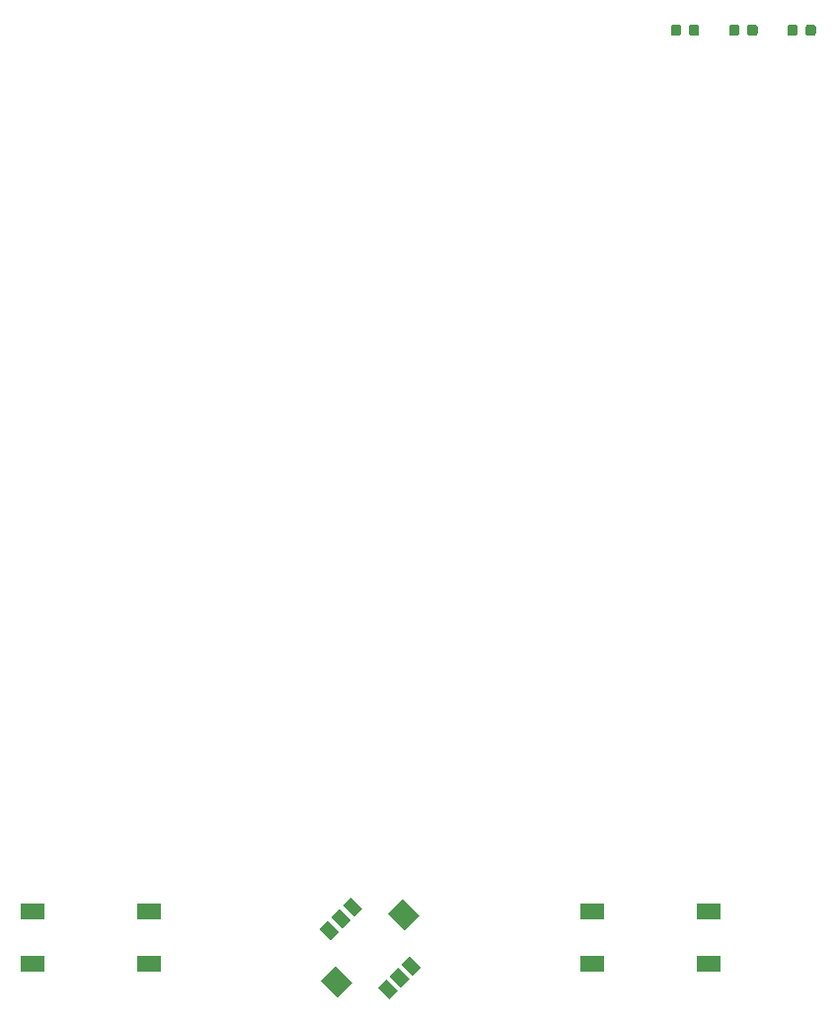
<source format=gbr>
G04 #@! TF.GenerationSoftware,KiCad,Pcbnew,5.1.5+dfsg1-2build2*
G04 #@! TF.CreationDate,2022-03-25T09:21:37+01:00*
G04 #@! TF.ProjectId,OpenDropV4,4f70656e-4472-46f7-9056-342e6b696361,rev?*
G04 #@! TF.SameCoordinates,Original*
G04 #@! TF.FileFunction,Paste,Top*
G04 #@! TF.FilePolarity,Positive*
%FSLAX46Y46*%
G04 Gerber Fmt 4.6, Leading zero omitted, Abs format (unit mm)*
G04 Created by KiCad (PCBNEW 5.1.5+dfsg1-2build2) date 2022-03-25 09:21:37*
%MOMM*%
%LPD*%
G04 APERTURE LIST*
%ADD10R,2.100000X1.400000*%
%ADD11C,0.100000*%
G04 APERTURE END LIST*
D10*
X71000000Y-140450000D03*
X71000000Y-135950000D03*
X81000000Y-140450000D03*
X81000000Y-135950000D03*
X119000000Y-140450000D03*
X119000000Y-135950000D03*
X129000000Y-140450000D03*
X129000000Y-135950000D03*
D11*
G36*
X101520079Y-136181307D02*
G01*
X102792871Y-134908515D01*
X104207085Y-136322729D01*
X102934293Y-137595521D01*
X101520079Y-136181307D01*
G37*
G36*
X95792515Y-141908871D02*
G01*
X97065307Y-140636079D01*
X98479521Y-142050293D01*
X97206729Y-143323085D01*
X95792515Y-141908871D01*
G37*
G36*
X97648670Y-135456522D02*
G01*
X98355776Y-134749416D01*
X99310370Y-135704010D01*
X98603264Y-136411116D01*
X97648670Y-135456522D01*
G37*
G36*
X96641043Y-136464149D02*
G01*
X97348149Y-135757043D01*
X98302743Y-136711637D01*
X97595637Y-137418743D01*
X96641043Y-136464149D01*
G37*
G36*
X95633416Y-137471776D02*
G01*
X96340522Y-136764670D01*
X97295116Y-137719264D01*
X96588010Y-138426370D01*
X95633416Y-137471776D01*
G37*
G36*
X102704484Y-140512336D02*
G01*
X103411590Y-139805230D01*
X104366184Y-140759824D01*
X103659078Y-141466930D01*
X102704484Y-140512336D01*
G37*
G36*
X101696857Y-141519963D02*
G01*
X102403963Y-140812857D01*
X103358557Y-141767451D01*
X102651451Y-142474557D01*
X101696857Y-141519963D01*
G37*
G36*
X100689230Y-142527590D02*
G01*
X101396336Y-141820484D01*
X102350930Y-142775078D01*
X101643824Y-143482184D01*
X100689230Y-142527590D01*
G37*
G36*
X128027691Y-59937053D02*
G01*
X128048926Y-59940203D01*
X128069750Y-59945419D01*
X128089962Y-59952651D01*
X128109368Y-59961830D01*
X128127781Y-59972866D01*
X128145024Y-59985654D01*
X128160930Y-60000070D01*
X128175346Y-60015976D01*
X128188134Y-60033219D01*
X128199170Y-60051632D01*
X128208349Y-60071038D01*
X128215581Y-60091250D01*
X128220797Y-60112074D01*
X128223947Y-60133309D01*
X128225000Y-60154750D01*
X128225000Y-60667250D01*
X128223947Y-60688691D01*
X128220797Y-60709926D01*
X128215581Y-60730750D01*
X128208349Y-60750962D01*
X128199170Y-60770368D01*
X128188134Y-60788781D01*
X128175346Y-60806024D01*
X128160930Y-60821930D01*
X128145024Y-60836346D01*
X128127781Y-60849134D01*
X128109368Y-60860170D01*
X128089962Y-60869349D01*
X128069750Y-60876581D01*
X128048926Y-60881797D01*
X128027691Y-60884947D01*
X128006250Y-60886000D01*
X127568750Y-60886000D01*
X127547309Y-60884947D01*
X127526074Y-60881797D01*
X127505250Y-60876581D01*
X127485038Y-60869349D01*
X127465632Y-60860170D01*
X127447219Y-60849134D01*
X127429976Y-60836346D01*
X127414070Y-60821930D01*
X127399654Y-60806024D01*
X127386866Y-60788781D01*
X127375830Y-60770368D01*
X127366651Y-60750962D01*
X127359419Y-60730750D01*
X127354203Y-60709926D01*
X127351053Y-60688691D01*
X127350000Y-60667250D01*
X127350000Y-60154750D01*
X127351053Y-60133309D01*
X127354203Y-60112074D01*
X127359419Y-60091250D01*
X127366651Y-60071038D01*
X127375830Y-60051632D01*
X127386866Y-60033219D01*
X127399654Y-60015976D01*
X127414070Y-60000070D01*
X127429976Y-59985654D01*
X127447219Y-59972866D01*
X127465632Y-59961830D01*
X127485038Y-59952651D01*
X127505250Y-59945419D01*
X127526074Y-59940203D01*
X127547309Y-59937053D01*
X127568750Y-59936000D01*
X128006250Y-59936000D01*
X128027691Y-59937053D01*
G37*
G36*
X126452691Y-59937053D02*
G01*
X126473926Y-59940203D01*
X126494750Y-59945419D01*
X126514962Y-59952651D01*
X126534368Y-59961830D01*
X126552781Y-59972866D01*
X126570024Y-59985654D01*
X126585930Y-60000070D01*
X126600346Y-60015976D01*
X126613134Y-60033219D01*
X126624170Y-60051632D01*
X126633349Y-60071038D01*
X126640581Y-60091250D01*
X126645797Y-60112074D01*
X126648947Y-60133309D01*
X126650000Y-60154750D01*
X126650000Y-60667250D01*
X126648947Y-60688691D01*
X126645797Y-60709926D01*
X126640581Y-60730750D01*
X126633349Y-60750962D01*
X126624170Y-60770368D01*
X126613134Y-60788781D01*
X126600346Y-60806024D01*
X126585930Y-60821930D01*
X126570024Y-60836346D01*
X126552781Y-60849134D01*
X126534368Y-60860170D01*
X126514962Y-60869349D01*
X126494750Y-60876581D01*
X126473926Y-60881797D01*
X126452691Y-60884947D01*
X126431250Y-60886000D01*
X125993750Y-60886000D01*
X125972309Y-60884947D01*
X125951074Y-60881797D01*
X125930250Y-60876581D01*
X125910038Y-60869349D01*
X125890632Y-60860170D01*
X125872219Y-60849134D01*
X125854976Y-60836346D01*
X125839070Y-60821930D01*
X125824654Y-60806024D01*
X125811866Y-60788781D01*
X125800830Y-60770368D01*
X125791651Y-60750962D01*
X125784419Y-60730750D01*
X125779203Y-60709926D01*
X125776053Y-60688691D01*
X125775000Y-60667250D01*
X125775000Y-60154750D01*
X125776053Y-60133309D01*
X125779203Y-60112074D01*
X125784419Y-60091250D01*
X125791651Y-60071038D01*
X125800830Y-60051632D01*
X125811866Y-60033219D01*
X125824654Y-60015976D01*
X125839070Y-60000070D01*
X125854976Y-59985654D01*
X125872219Y-59972866D01*
X125890632Y-59961830D01*
X125910038Y-59952651D01*
X125930250Y-59945419D01*
X125951074Y-59940203D01*
X125972309Y-59937053D01*
X125993750Y-59936000D01*
X126431250Y-59936000D01*
X126452691Y-59937053D01*
G37*
G36*
X131452691Y-59937053D02*
G01*
X131473926Y-59940203D01*
X131494750Y-59945419D01*
X131514962Y-59952651D01*
X131534368Y-59961830D01*
X131552781Y-59972866D01*
X131570024Y-59985654D01*
X131585930Y-60000070D01*
X131600346Y-60015976D01*
X131613134Y-60033219D01*
X131624170Y-60051632D01*
X131633349Y-60071038D01*
X131640581Y-60091250D01*
X131645797Y-60112074D01*
X131648947Y-60133309D01*
X131650000Y-60154750D01*
X131650000Y-60667250D01*
X131648947Y-60688691D01*
X131645797Y-60709926D01*
X131640581Y-60730750D01*
X131633349Y-60750962D01*
X131624170Y-60770368D01*
X131613134Y-60788781D01*
X131600346Y-60806024D01*
X131585930Y-60821930D01*
X131570024Y-60836346D01*
X131552781Y-60849134D01*
X131534368Y-60860170D01*
X131514962Y-60869349D01*
X131494750Y-60876581D01*
X131473926Y-60881797D01*
X131452691Y-60884947D01*
X131431250Y-60886000D01*
X130993750Y-60886000D01*
X130972309Y-60884947D01*
X130951074Y-60881797D01*
X130930250Y-60876581D01*
X130910038Y-60869349D01*
X130890632Y-60860170D01*
X130872219Y-60849134D01*
X130854976Y-60836346D01*
X130839070Y-60821930D01*
X130824654Y-60806024D01*
X130811866Y-60788781D01*
X130800830Y-60770368D01*
X130791651Y-60750962D01*
X130784419Y-60730750D01*
X130779203Y-60709926D01*
X130776053Y-60688691D01*
X130775000Y-60667250D01*
X130775000Y-60154750D01*
X130776053Y-60133309D01*
X130779203Y-60112074D01*
X130784419Y-60091250D01*
X130791651Y-60071038D01*
X130800830Y-60051632D01*
X130811866Y-60033219D01*
X130824654Y-60015976D01*
X130839070Y-60000070D01*
X130854976Y-59985654D01*
X130872219Y-59972866D01*
X130890632Y-59961830D01*
X130910038Y-59952651D01*
X130930250Y-59945419D01*
X130951074Y-59940203D01*
X130972309Y-59937053D01*
X130993750Y-59936000D01*
X131431250Y-59936000D01*
X131452691Y-59937053D01*
G37*
G36*
X133027691Y-59937053D02*
G01*
X133048926Y-59940203D01*
X133069750Y-59945419D01*
X133089962Y-59952651D01*
X133109368Y-59961830D01*
X133127781Y-59972866D01*
X133145024Y-59985654D01*
X133160930Y-60000070D01*
X133175346Y-60015976D01*
X133188134Y-60033219D01*
X133199170Y-60051632D01*
X133208349Y-60071038D01*
X133215581Y-60091250D01*
X133220797Y-60112074D01*
X133223947Y-60133309D01*
X133225000Y-60154750D01*
X133225000Y-60667250D01*
X133223947Y-60688691D01*
X133220797Y-60709926D01*
X133215581Y-60730750D01*
X133208349Y-60750962D01*
X133199170Y-60770368D01*
X133188134Y-60788781D01*
X133175346Y-60806024D01*
X133160930Y-60821930D01*
X133145024Y-60836346D01*
X133127781Y-60849134D01*
X133109368Y-60860170D01*
X133089962Y-60869349D01*
X133069750Y-60876581D01*
X133048926Y-60881797D01*
X133027691Y-60884947D01*
X133006250Y-60886000D01*
X132568750Y-60886000D01*
X132547309Y-60884947D01*
X132526074Y-60881797D01*
X132505250Y-60876581D01*
X132485038Y-60869349D01*
X132465632Y-60860170D01*
X132447219Y-60849134D01*
X132429976Y-60836346D01*
X132414070Y-60821930D01*
X132399654Y-60806024D01*
X132386866Y-60788781D01*
X132375830Y-60770368D01*
X132366651Y-60750962D01*
X132359419Y-60730750D01*
X132354203Y-60709926D01*
X132351053Y-60688691D01*
X132350000Y-60667250D01*
X132350000Y-60154750D01*
X132351053Y-60133309D01*
X132354203Y-60112074D01*
X132359419Y-60091250D01*
X132366651Y-60071038D01*
X132375830Y-60051632D01*
X132386866Y-60033219D01*
X132399654Y-60015976D01*
X132414070Y-60000070D01*
X132429976Y-59985654D01*
X132447219Y-59972866D01*
X132465632Y-59961830D01*
X132485038Y-59952651D01*
X132505250Y-59945419D01*
X132526074Y-59940203D01*
X132547309Y-59937053D01*
X132568750Y-59936000D01*
X133006250Y-59936000D01*
X133027691Y-59937053D01*
G37*
G36*
X136452691Y-59937053D02*
G01*
X136473926Y-59940203D01*
X136494750Y-59945419D01*
X136514962Y-59952651D01*
X136534368Y-59961830D01*
X136552781Y-59972866D01*
X136570024Y-59985654D01*
X136585930Y-60000070D01*
X136600346Y-60015976D01*
X136613134Y-60033219D01*
X136624170Y-60051632D01*
X136633349Y-60071038D01*
X136640581Y-60091250D01*
X136645797Y-60112074D01*
X136648947Y-60133309D01*
X136650000Y-60154750D01*
X136650000Y-60667250D01*
X136648947Y-60688691D01*
X136645797Y-60709926D01*
X136640581Y-60730750D01*
X136633349Y-60750962D01*
X136624170Y-60770368D01*
X136613134Y-60788781D01*
X136600346Y-60806024D01*
X136585930Y-60821930D01*
X136570024Y-60836346D01*
X136552781Y-60849134D01*
X136534368Y-60860170D01*
X136514962Y-60869349D01*
X136494750Y-60876581D01*
X136473926Y-60881797D01*
X136452691Y-60884947D01*
X136431250Y-60886000D01*
X135993750Y-60886000D01*
X135972309Y-60884947D01*
X135951074Y-60881797D01*
X135930250Y-60876581D01*
X135910038Y-60869349D01*
X135890632Y-60860170D01*
X135872219Y-60849134D01*
X135854976Y-60836346D01*
X135839070Y-60821930D01*
X135824654Y-60806024D01*
X135811866Y-60788781D01*
X135800830Y-60770368D01*
X135791651Y-60750962D01*
X135784419Y-60730750D01*
X135779203Y-60709926D01*
X135776053Y-60688691D01*
X135775000Y-60667250D01*
X135775000Y-60154750D01*
X135776053Y-60133309D01*
X135779203Y-60112074D01*
X135784419Y-60091250D01*
X135791651Y-60071038D01*
X135800830Y-60051632D01*
X135811866Y-60033219D01*
X135824654Y-60015976D01*
X135839070Y-60000070D01*
X135854976Y-59985654D01*
X135872219Y-59972866D01*
X135890632Y-59961830D01*
X135910038Y-59952651D01*
X135930250Y-59945419D01*
X135951074Y-59940203D01*
X135972309Y-59937053D01*
X135993750Y-59936000D01*
X136431250Y-59936000D01*
X136452691Y-59937053D01*
G37*
G36*
X138027691Y-59937053D02*
G01*
X138048926Y-59940203D01*
X138069750Y-59945419D01*
X138089962Y-59952651D01*
X138109368Y-59961830D01*
X138127781Y-59972866D01*
X138145024Y-59985654D01*
X138160930Y-60000070D01*
X138175346Y-60015976D01*
X138188134Y-60033219D01*
X138199170Y-60051632D01*
X138208349Y-60071038D01*
X138215581Y-60091250D01*
X138220797Y-60112074D01*
X138223947Y-60133309D01*
X138225000Y-60154750D01*
X138225000Y-60667250D01*
X138223947Y-60688691D01*
X138220797Y-60709926D01*
X138215581Y-60730750D01*
X138208349Y-60750962D01*
X138199170Y-60770368D01*
X138188134Y-60788781D01*
X138175346Y-60806024D01*
X138160930Y-60821930D01*
X138145024Y-60836346D01*
X138127781Y-60849134D01*
X138109368Y-60860170D01*
X138089962Y-60869349D01*
X138069750Y-60876581D01*
X138048926Y-60881797D01*
X138027691Y-60884947D01*
X138006250Y-60886000D01*
X137568750Y-60886000D01*
X137547309Y-60884947D01*
X137526074Y-60881797D01*
X137505250Y-60876581D01*
X137485038Y-60869349D01*
X137465632Y-60860170D01*
X137447219Y-60849134D01*
X137429976Y-60836346D01*
X137414070Y-60821930D01*
X137399654Y-60806024D01*
X137386866Y-60788781D01*
X137375830Y-60770368D01*
X137366651Y-60750962D01*
X137359419Y-60730750D01*
X137354203Y-60709926D01*
X137351053Y-60688691D01*
X137350000Y-60667250D01*
X137350000Y-60154750D01*
X137351053Y-60133309D01*
X137354203Y-60112074D01*
X137359419Y-60091250D01*
X137366651Y-60071038D01*
X137375830Y-60051632D01*
X137386866Y-60033219D01*
X137399654Y-60015976D01*
X137414070Y-60000070D01*
X137429976Y-59985654D01*
X137447219Y-59972866D01*
X137465632Y-59961830D01*
X137485038Y-59952651D01*
X137505250Y-59945419D01*
X137526074Y-59940203D01*
X137547309Y-59937053D01*
X137568750Y-59936000D01*
X138006250Y-59936000D01*
X138027691Y-59937053D01*
G37*
M02*

</source>
